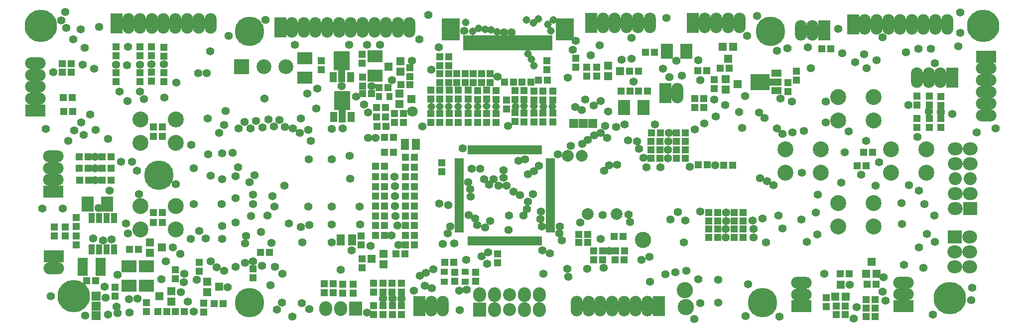
<source format=gts>
G04 (created by PCBNEW-RS274X (2011-11-27 BZR 3249)-stable) date 18/05/2012 12:57:57 p.m.*
G01*
G70*
G90*
%MOIN*%
G04 Gerber Fmt 3.4, Leading zero omitted, Abs format*
%FSLAX34Y34*%
G04 APERTURE LIST*
%ADD10C,0.020000*%
%ADD11C,0.106600*%
%ADD12O,0.079100X0.138100*%
%ADD13R,0.079100X0.138100*%
%ADD14R,0.055000X0.075000*%
%ADD15R,0.045000X0.051500*%
%ADD16R,0.051500X0.045000*%
%ADD17C,0.108600*%
%ADD18R,0.056000X0.056000*%
%ADD19R,0.094800X0.086900*%
%ADD20O,0.098700X0.086900*%
%ADD21C,0.086900*%
%ADD22R,0.060000X0.030000*%
%ADD23R,0.030000X0.060000*%
%ADD24R,0.030000X0.100000*%
%ADD25R,0.120000X0.150000*%
%ADD26R,0.047600X0.067200*%
%ADD27R,0.047600X0.098700*%
%ADD28R,0.106600X0.130300*%
%ADD29C,0.197200*%
%ADD30C,0.216900*%
%ADD31R,0.040000X0.065000*%
%ADD32R,0.059400X0.059400*%
%ADD33O,0.138100X0.079100*%
%ADD34R,0.138100X0.079100*%
%ADD35C,0.079100*%
%ADD36R,0.067200X0.047600*%
%ADD37R,0.098700X0.047600*%
%ADD38R,0.130300X0.106600*%
%ADD39R,0.051500X0.043600*%
%ADD40R,0.098700X0.098700*%
%ADD41C,0.098700*%
%ADD42R,0.086900X0.094800*%
%ADD43O,0.086900X0.098700*%
%ADD44R,0.100000X0.080000*%
%ADD45R,0.080000X0.100000*%
%ADD46R,0.070000X0.120000*%
%ADD47R,0.043600X0.051500*%
%ADD48C,0.071200*%
%ADD49C,0.055400*%
%ADD50C,0.051500*%
G04 APERTURE END LIST*
G54D10*
G54D11*
X66890Y-25276D03*
X66890Y-26850D03*
X69252Y-25276D03*
X69252Y-26850D03*
X72795Y-23267D03*
X72795Y-21693D03*
X70433Y-23267D03*
X70433Y-21693D03*
X20197Y-25473D03*
X20197Y-27047D03*
X22559Y-25473D03*
X22559Y-27047D03*
X20197Y-19685D03*
X20197Y-21259D03*
X22559Y-19685D03*
X22559Y-21259D03*
X69252Y-19763D03*
X69252Y-18189D03*
X66890Y-19763D03*
X66890Y-18189D03*
X65709Y-23267D03*
X65709Y-21693D03*
X63347Y-23267D03*
X63347Y-21693D03*
G54D12*
X20162Y-13260D03*
X19375Y-13260D03*
G54D13*
X18587Y-13260D03*
G54D12*
X20949Y-13260D03*
X21737Y-13260D03*
X22524Y-13260D03*
X23311Y-13260D03*
X24098Y-13260D03*
X24886Y-13260D03*
G54D14*
X34342Y-27756D03*
X33592Y-27756D03*
G54D15*
X36510Y-27450D03*
X35910Y-27450D03*
X36510Y-26800D03*
X35910Y-26800D03*
X36510Y-24832D03*
X35910Y-24832D03*
X36510Y-23523D03*
X35910Y-23523D03*
G54D16*
X35035Y-15322D03*
X35035Y-15922D03*
G54D15*
X36510Y-26151D03*
X35910Y-26151D03*
X36510Y-25491D03*
X35910Y-25491D03*
X36510Y-24173D03*
X35910Y-24173D03*
X36509Y-22815D03*
X35909Y-22815D03*
X50133Y-27392D03*
X49533Y-27392D03*
X51897Y-27539D03*
X52497Y-27539D03*
G54D16*
X32293Y-15753D03*
X32293Y-16353D03*
X34951Y-27476D03*
X34951Y-28076D03*
G54D15*
X49533Y-27933D03*
X50133Y-27933D03*
X38518Y-28090D03*
X37918Y-28090D03*
X35644Y-17953D03*
X35044Y-17953D03*
X15064Y-19144D03*
X15664Y-19144D03*
X59228Y-22740D03*
X59828Y-22740D03*
G54D16*
X36413Y-32141D03*
X36413Y-32741D03*
G54D15*
X51964Y-29085D03*
X52564Y-29085D03*
X14956Y-16535D03*
X15556Y-16535D03*
X53529Y-17795D03*
X54129Y-17795D03*
G54D16*
X37043Y-32141D03*
X37043Y-32741D03*
X37665Y-32141D03*
X37665Y-32741D03*
X47386Y-16367D03*
X47386Y-15767D03*
G54D15*
X45162Y-17173D03*
X44562Y-17173D03*
G54D16*
X43021Y-16620D03*
X43021Y-17220D03*
X41918Y-16620D03*
X41918Y-17220D03*
X43572Y-16620D03*
X43572Y-17220D03*
X42470Y-16620D03*
X42470Y-17220D03*
X41367Y-16620D03*
X41367Y-17220D03*
G54D15*
X47426Y-17043D03*
X46826Y-17043D03*
X45708Y-17181D03*
X46308Y-17181D03*
X37111Y-21894D03*
X36511Y-21894D03*
X37918Y-22224D03*
X38518Y-22224D03*
X38508Y-27450D03*
X37908Y-27450D03*
X38518Y-26151D03*
X37918Y-26151D03*
X38518Y-24832D03*
X37918Y-24832D03*
X38518Y-23523D03*
X37918Y-23523D03*
G54D16*
X37035Y-30653D03*
X37035Y-31253D03*
G54D15*
X38518Y-26800D03*
X37918Y-26800D03*
X38519Y-25491D03*
X37919Y-25491D03*
X38518Y-24173D03*
X37918Y-24173D03*
X38518Y-22873D03*
X37918Y-22873D03*
X57516Y-22736D03*
X58131Y-22736D03*
G54D16*
X36410Y-30657D03*
X36410Y-31257D03*
X37658Y-30657D03*
X37658Y-31257D03*
G54D15*
X50517Y-28484D03*
X51117Y-28484D03*
X50527Y-29085D03*
X51127Y-29085D03*
X52919Y-16466D03*
X53519Y-16466D03*
G54D16*
X50728Y-16796D03*
X50728Y-16196D03*
X49321Y-15576D03*
X49321Y-16176D03*
X40816Y-15478D03*
X40816Y-16078D03*
X40816Y-17220D03*
X40816Y-16620D03*
X40226Y-17219D03*
X40226Y-16619D03*
X40217Y-15487D03*
X40217Y-16087D03*
X39626Y-19291D03*
X39626Y-19891D03*
X40843Y-19291D03*
X40843Y-19891D03*
X42114Y-19283D03*
X42114Y-19883D03*
X43366Y-19275D03*
X43366Y-19875D03*
X39626Y-17735D03*
X39626Y-18335D03*
X40843Y-17735D03*
X40843Y-18335D03*
X42110Y-17735D03*
X42110Y-18335D03*
X43366Y-17735D03*
X43366Y-18335D03*
X40220Y-19287D03*
X40220Y-19887D03*
X41461Y-19283D03*
X41461Y-19883D03*
X42748Y-19275D03*
X42748Y-19875D03*
X43988Y-19275D03*
X43988Y-19875D03*
X40228Y-17735D03*
X40228Y-18335D03*
X41461Y-17728D03*
X41461Y-18328D03*
X42740Y-17743D03*
X42740Y-18343D03*
X43980Y-17751D03*
X43980Y-18351D03*
X47130Y-19263D03*
X47130Y-19863D03*
X45866Y-19247D03*
X45866Y-19847D03*
X47783Y-19263D03*
X47783Y-19863D03*
X46504Y-19255D03*
X46504Y-19855D03*
X45264Y-19239D03*
X45264Y-19839D03*
X47780Y-17783D03*
X47780Y-18383D03*
X46504Y-17779D03*
X46504Y-18379D03*
X45264Y-17763D03*
X45264Y-18363D03*
X47122Y-17787D03*
X47122Y-18387D03*
X45870Y-17771D03*
X45870Y-18371D03*
G54D15*
X52338Y-17805D03*
X52938Y-17805D03*
X14966Y-15965D03*
X15566Y-15965D03*
X15615Y-18228D03*
X15015Y-18228D03*
X67623Y-30039D03*
X67023Y-30039D03*
X68745Y-31742D03*
X69345Y-31742D03*
G54D16*
X66101Y-31629D03*
X66101Y-32229D03*
G54D15*
X66747Y-32756D03*
X67347Y-32756D03*
X68755Y-32323D03*
X69355Y-32323D03*
G54D17*
X53807Y-27764D03*
G54D15*
X68755Y-32874D03*
X69355Y-32874D03*
G54D18*
X69464Y-30026D03*
X68764Y-30026D03*
X69114Y-29226D03*
X67396Y-31542D03*
X66696Y-31542D03*
X67046Y-30742D03*
X51500Y-16806D03*
X51500Y-16106D03*
X52300Y-16456D03*
G54D16*
X18490Y-30910D03*
X18490Y-31510D03*
G54D15*
X20050Y-28380D03*
X19450Y-28380D03*
G54D18*
X20812Y-28618D03*
X20812Y-27918D03*
X21612Y-28268D03*
G54D15*
X57298Y-18278D03*
X57898Y-18278D03*
X57294Y-18898D03*
X57894Y-18898D03*
X54591Y-15201D03*
X53991Y-15201D03*
X52574Y-28484D03*
X51974Y-28484D03*
G54D19*
X75736Y-25671D03*
G54D20*
X74736Y-25671D03*
X75736Y-24671D03*
X74736Y-24671D03*
G54D21*
X75736Y-23671D03*
X74736Y-23671D03*
G54D20*
X75736Y-22671D03*
X74736Y-22671D03*
X75736Y-21671D03*
X74736Y-21671D03*
G54D16*
X73750Y-18145D03*
X73750Y-18745D03*
G54D22*
X41527Y-27134D03*
X41527Y-22414D03*
X41527Y-22614D03*
X41527Y-22804D03*
X41527Y-23004D03*
X41527Y-23204D03*
X41527Y-23394D03*
X41527Y-23594D03*
X41527Y-23794D03*
X41527Y-23984D03*
X41527Y-24184D03*
X41527Y-24384D03*
X41527Y-24584D03*
X41527Y-24774D03*
X41527Y-24974D03*
X41527Y-25174D03*
X41527Y-25364D03*
X41527Y-25564D03*
X41527Y-25764D03*
X41527Y-25954D03*
X41527Y-26154D03*
X41527Y-26354D03*
X41527Y-26544D03*
X41527Y-26744D03*
X41527Y-26944D03*
G54D23*
X42217Y-21724D03*
X46937Y-21724D03*
X46737Y-21724D03*
X46547Y-21724D03*
X46347Y-21724D03*
X46147Y-21724D03*
X45957Y-21724D03*
X45757Y-21724D03*
X45557Y-21724D03*
X45367Y-21724D03*
X45167Y-21724D03*
X44967Y-21724D03*
X44767Y-21724D03*
X44577Y-21724D03*
X44377Y-21724D03*
X44177Y-21724D03*
X43987Y-21724D03*
X43787Y-21724D03*
X43587Y-21724D03*
X43397Y-21724D03*
X43197Y-21724D03*
X42997Y-21724D03*
X42807Y-21724D03*
X42607Y-21724D03*
X42407Y-21724D03*
X42217Y-27824D03*
X42417Y-27824D03*
X42607Y-27824D03*
X42807Y-27824D03*
X43007Y-27824D03*
X43197Y-27824D03*
X43397Y-27824D03*
X43597Y-27824D03*
X43787Y-27824D03*
X43987Y-27824D03*
X44187Y-27824D03*
X44387Y-27824D03*
X44577Y-27824D03*
X44777Y-27824D03*
X44977Y-27824D03*
X45167Y-27824D03*
X45367Y-27824D03*
X45567Y-27824D03*
X45757Y-27824D03*
X45957Y-27824D03*
X46157Y-27824D03*
X46347Y-27824D03*
X46547Y-27824D03*
X46747Y-27824D03*
X46937Y-27824D03*
G54D22*
X47627Y-27134D03*
X47627Y-26934D03*
X47627Y-26744D03*
X47627Y-26544D03*
X47627Y-26344D03*
X47627Y-26154D03*
X47627Y-25954D03*
X47627Y-25754D03*
X47627Y-25564D03*
X47627Y-25364D03*
X47627Y-25164D03*
X47627Y-24964D03*
X47627Y-24774D03*
X47627Y-24574D03*
X47627Y-24374D03*
X47627Y-24184D03*
X47627Y-23984D03*
X47627Y-23784D03*
X47627Y-23594D03*
X47627Y-23394D03*
X47627Y-23194D03*
X47627Y-23004D03*
X47627Y-22804D03*
X47627Y-22604D03*
X47627Y-22414D03*
G54D19*
X74697Y-27553D03*
G54D20*
X75697Y-27553D03*
X74697Y-28553D03*
X75697Y-28553D03*
X74697Y-29553D03*
X75697Y-29553D03*
G54D24*
X43878Y-14548D03*
X44078Y-14548D03*
X44273Y-14548D03*
X44468Y-14548D03*
X44668Y-14548D03*
X44863Y-14548D03*
X45058Y-14548D03*
X45258Y-14548D03*
X45453Y-14548D03*
X45648Y-14548D03*
X43681Y-14548D03*
X45848Y-14548D03*
X46043Y-14548D03*
X43484Y-14548D03*
X47618Y-14548D03*
X46238Y-14548D03*
X46438Y-14548D03*
X46633Y-14548D03*
X46828Y-14548D03*
X47028Y-14548D03*
X47223Y-14548D03*
X47418Y-14548D03*
X43287Y-14548D03*
X43091Y-14548D03*
X42894Y-14548D03*
X42697Y-14548D03*
X42500Y-14548D03*
X42303Y-14548D03*
X42106Y-14548D03*
X41909Y-14548D03*
G54D25*
X48588Y-13668D03*
X40958Y-13668D03*
G54D26*
X33078Y-16854D03*
G54D27*
X33669Y-16697D03*
G54D26*
X34260Y-16854D03*
G54D28*
X33669Y-15752D03*
G54D26*
X33110Y-19537D03*
G54D27*
X33701Y-19380D03*
G54D26*
X34292Y-19537D03*
G54D28*
X33701Y-18435D03*
G54D15*
X16088Y-22972D03*
X16688Y-22972D03*
X16117Y-23750D03*
X16717Y-23750D03*
G54D16*
X72156Y-18125D03*
X72156Y-18725D03*
G54D15*
X16088Y-22175D03*
X16688Y-22175D03*
G54D16*
X72972Y-18135D03*
X72972Y-18735D03*
G54D15*
X17604Y-22943D03*
X18204Y-22943D03*
X17613Y-23750D03*
X18213Y-23750D03*
G54D16*
X72165Y-19611D03*
X72165Y-20211D03*
G54D15*
X17604Y-22175D03*
X18204Y-22175D03*
G54D16*
X72972Y-19611D03*
X72972Y-20211D03*
X73750Y-19611D03*
X73750Y-20211D03*
X40362Y-22606D03*
X40362Y-23206D03*
G54D29*
X62362Y-13780D03*
G54D30*
X76575Y-13425D03*
G54D29*
X61811Y-31969D03*
G54D30*
X74370Y-31654D03*
G54D29*
X27480Y-31969D03*
G54D30*
X15709Y-31535D03*
G54D29*
X21417Y-23425D03*
G54D30*
X13504Y-13425D03*
G54D29*
X27480Y-13780D03*
G54D16*
X15894Y-27483D03*
X15894Y-28083D03*
X15890Y-26247D03*
X15890Y-26847D03*
G54D31*
X16919Y-26296D03*
X16919Y-28396D03*
X17419Y-26296D03*
X17919Y-26296D03*
X18419Y-26296D03*
X17419Y-28396D03*
X17919Y-28396D03*
X18419Y-28396D03*
G54D15*
X16602Y-30488D03*
X17202Y-30488D03*
G54D16*
X15161Y-26885D03*
X15161Y-27485D03*
X24130Y-29859D03*
X24130Y-29259D03*
X20579Y-32540D03*
X20579Y-31940D03*
G54D15*
X23119Y-32551D03*
X22519Y-32551D03*
X21342Y-32551D03*
X21942Y-32551D03*
X25106Y-32020D03*
X25706Y-32020D03*
G54D16*
X24421Y-31976D03*
X24421Y-32576D03*
G54D18*
X24651Y-31240D03*
X24651Y-30540D03*
X25451Y-30890D03*
X22239Y-31189D03*
X22239Y-31889D03*
X21439Y-31539D03*
G54D16*
X35791Y-30661D03*
X35791Y-31261D03*
X35780Y-32741D03*
X35780Y-32141D03*
X34413Y-31324D03*
X34413Y-30724D03*
X33736Y-31316D03*
X33736Y-30716D03*
X33091Y-31305D03*
X33091Y-30705D03*
X32472Y-31297D03*
X32472Y-30697D03*
X50039Y-16192D03*
X50039Y-16792D03*
G54D17*
X56618Y-31114D03*
X56689Y-32244D03*
G54D32*
X17205Y-32173D03*
X17205Y-32813D03*
X17205Y-31533D03*
G54D16*
X58571Y-17027D03*
X58571Y-17627D03*
G54D12*
X51925Y-13216D03*
X51138Y-13216D03*
G54D13*
X50350Y-13216D03*
G54D12*
X52712Y-13216D03*
X53500Y-13216D03*
X54287Y-13216D03*
X69454Y-13331D03*
X68667Y-13331D03*
G54D13*
X67879Y-13331D03*
G54D12*
X70241Y-13331D03*
X71029Y-13331D03*
X71816Y-13331D03*
X72603Y-13331D03*
X73390Y-13331D03*
X74178Y-13331D03*
G54D33*
X76795Y-17055D03*
X76795Y-16268D03*
G54D34*
X76795Y-15480D03*
G54D33*
X76795Y-17842D03*
X76795Y-18630D03*
X76795Y-19417D03*
G54D12*
X31114Y-13520D03*
X30326Y-13520D03*
G54D13*
X29539Y-13520D03*
G54D12*
X31901Y-13520D03*
X32689Y-13520D03*
X33476Y-13520D03*
X34263Y-13520D03*
X35051Y-13520D03*
X35838Y-13520D03*
X36626Y-13520D03*
X37413Y-13520D03*
X38200Y-13520D03*
G54D33*
X13142Y-17504D03*
X13142Y-18291D03*
G54D34*
X13142Y-19079D03*
G54D33*
X13142Y-16717D03*
X13142Y-15929D03*
X14399Y-29654D03*
G54D34*
X14399Y-28866D03*
G54D33*
X71252Y-30611D03*
X71252Y-31398D03*
G54D34*
X71252Y-32186D03*
G54D33*
X64413Y-30626D03*
X64413Y-31413D03*
G54D34*
X64413Y-32201D03*
G54D12*
X72945Y-16882D03*
X73732Y-16882D03*
G54D13*
X74520Y-16882D03*
G54D12*
X72158Y-16882D03*
X53326Y-32201D03*
X54113Y-32201D03*
G54D13*
X54901Y-32201D03*
G54D12*
X52539Y-32201D03*
X51751Y-32201D03*
X50964Y-32201D03*
X50177Y-32201D03*
X49390Y-32201D03*
X56107Y-17912D03*
G54D13*
X55319Y-17912D03*
G54D35*
X50133Y-26035D03*
X52055Y-26035D03*
G54D15*
X54366Y-21153D03*
X54966Y-21153D03*
X54362Y-22291D03*
X54962Y-22291D03*
X58232Y-26480D03*
X58832Y-26480D03*
X58221Y-27586D03*
X58821Y-27586D03*
X54378Y-20582D03*
X54978Y-20582D03*
X54362Y-21724D03*
X54962Y-21724D03*
X58228Y-25917D03*
X58828Y-25917D03*
X58225Y-27031D03*
X58825Y-27031D03*
G54D16*
X20146Y-17150D03*
X20146Y-16550D03*
X21756Y-17146D03*
X21756Y-16546D03*
G54D15*
X21658Y-26598D03*
X21058Y-26598D03*
G54D16*
X18563Y-17158D03*
X18563Y-16558D03*
X20921Y-17139D03*
X20921Y-16539D03*
G54D15*
X21658Y-20835D03*
X21058Y-20835D03*
G54D16*
X18559Y-15434D03*
X18559Y-14834D03*
X20921Y-15434D03*
X20921Y-14834D03*
G54D15*
X21650Y-20205D03*
X21050Y-20205D03*
X56054Y-20578D03*
X56654Y-20578D03*
X56051Y-21728D03*
X56651Y-21728D03*
X59921Y-25916D03*
X60521Y-25916D03*
X59924Y-27035D03*
X60524Y-27035D03*
G54D16*
X20142Y-15434D03*
X20142Y-14834D03*
X21752Y-15454D03*
X21752Y-14854D03*
G54D15*
X21639Y-25933D03*
X21039Y-25933D03*
X56051Y-21149D03*
X56651Y-21149D03*
X56051Y-22287D03*
X56651Y-22287D03*
X59924Y-26476D03*
X60524Y-26476D03*
X59909Y-27590D03*
X60509Y-27590D03*
G54D36*
X62760Y-17764D03*
G54D37*
X62603Y-17173D03*
G54D36*
X62760Y-16582D03*
G54D38*
X61658Y-17173D03*
G54D16*
X64075Y-17056D03*
X64075Y-16456D03*
X63524Y-17212D03*
X63524Y-17812D03*
G54D15*
X58995Y-16272D03*
X59595Y-16272D03*
G54D12*
X64374Y-13721D03*
X65161Y-13721D03*
G54D13*
X65949Y-13721D03*
G54D18*
X59352Y-17673D03*
X59352Y-16973D03*
X60152Y-17323D03*
G54D32*
X49819Y-19969D03*
X50459Y-19969D03*
X49179Y-19969D03*
G54D15*
X65798Y-14969D03*
X66398Y-14969D03*
G54D33*
X14342Y-22945D03*
X14342Y-23732D03*
G54D34*
X14342Y-24520D03*
G54D33*
X14342Y-22158D03*
G54D16*
X42606Y-29928D03*
X42606Y-30528D03*
G54D15*
X41158Y-29260D03*
X40558Y-29260D03*
G54D16*
X41212Y-29917D03*
X41212Y-30517D03*
G54D12*
X40429Y-32177D03*
X39642Y-32177D03*
G54D13*
X38854Y-32177D03*
G54D16*
X27732Y-30304D03*
X27732Y-29704D03*
G54D15*
X69186Y-21894D03*
X68586Y-21894D03*
X28831Y-28598D03*
X28231Y-28598D03*
X68753Y-22780D03*
X68153Y-22780D03*
X67346Y-32205D03*
X66746Y-32205D03*
G54D39*
X41933Y-29893D03*
X41933Y-30563D03*
X40519Y-29893D03*
X40519Y-30563D03*
G54D16*
X14421Y-26885D03*
X14421Y-27485D03*
X22524Y-30367D03*
X22524Y-29767D03*
X35016Y-29023D03*
X35016Y-29623D03*
G54D18*
X36463Y-28674D03*
X36463Y-29374D03*
X35663Y-29024D03*
G54D40*
X26965Y-16150D03*
G54D41*
X28441Y-16150D03*
X29917Y-16150D03*
G54D42*
X34579Y-32358D03*
G54D43*
X33579Y-32358D03*
X32579Y-32358D03*
G54D15*
X37291Y-28681D03*
X37891Y-28681D03*
G54D18*
X59160Y-14830D03*
X59860Y-14830D03*
X59510Y-15630D03*
G54D15*
X57500Y-16420D03*
X58100Y-16420D03*
G54D44*
X31197Y-15590D03*
X31197Y-16890D03*
X35902Y-15472D03*
X35902Y-16772D03*
X19429Y-30839D03*
X19429Y-29539D03*
X20591Y-30839D03*
X20591Y-29539D03*
G54D45*
X16669Y-25358D03*
X17969Y-25358D03*
X52570Y-18880D03*
X53870Y-18880D03*
G54D46*
X16337Y-29571D03*
X17537Y-29571D03*
G54D45*
X55429Y-15126D03*
X56729Y-15126D03*
G54D35*
X48803Y-22110D03*
X49724Y-22110D03*
G54D18*
X37517Y-18657D03*
X37517Y-17957D03*
X38317Y-18307D03*
X37581Y-15804D03*
X37581Y-16504D03*
X36781Y-16154D03*
G54D47*
X36169Y-18142D03*
X36839Y-18142D03*
G54D15*
X35976Y-18906D03*
X36576Y-18906D03*
X36007Y-20169D03*
X36607Y-20169D03*
X37111Y-20882D03*
X36511Y-20882D03*
G54D16*
X38224Y-16812D03*
X38224Y-16212D03*
G54D15*
X38233Y-17370D03*
X37633Y-17370D03*
X35987Y-19539D03*
X36587Y-19539D03*
X37184Y-19295D03*
X37784Y-19295D03*
X36769Y-17567D03*
X36169Y-17567D03*
G54D16*
X35059Y-16861D03*
X35059Y-17461D03*
X44693Y-19005D03*
X44693Y-18405D03*
G54D12*
X58728Y-13236D03*
X57941Y-13236D03*
G54D13*
X57153Y-13236D03*
G54D12*
X59515Y-13236D03*
X60303Y-13236D03*
G54D15*
X69414Y-30728D03*
X68814Y-30728D03*
G54D42*
X42898Y-32433D03*
G54D43*
X42898Y-31433D03*
X43898Y-32433D03*
X43898Y-31433D03*
G54D21*
X44898Y-32433D03*
X44898Y-31433D03*
G54D43*
X45898Y-32433D03*
X45898Y-31433D03*
X46898Y-32433D03*
X46898Y-31433D03*
G54D16*
X44091Y-28688D03*
X44091Y-29288D03*
G54D15*
X37184Y-19906D03*
X37784Y-19906D03*
G54D14*
X38627Y-21370D03*
X37877Y-21370D03*
G54D48*
X38376Y-19148D03*
G54D49*
X40768Y-27313D03*
X35571Y-28159D03*
X17181Y-20374D03*
X38843Y-14327D03*
X55390Y-12898D03*
X18240Y-27709D03*
X16201Y-13650D03*
X31585Y-21132D03*
X48992Y-21453D03*
X61205Y-27583D03*
X59366Y-27590D03*
X23598Y-21394D03*
X50547Y-20756D03*
X58646Y-22744D03*
X66059Y-19894D03*
X66047Y-18504D03*
X38362Y-15752D03*
X39441Y-12697D03*
X52961Y-26547D03*
X36410Y-31701D03*
X24890Y-23441D03*
X24898Y-29197D03*
X19634Y-22524D03*
X15354Y-21122D03*
X35906Y-20913D03*
X49748Y-21339D03*
X29104Y-20148D03*
X37224Y-24813D03*
X29035Y-24813D03*
X37215Y-24163D03*
X29833Y-24134D03*
X29843Y-20187D03*
X54291Y-30551D03*
X25280Y-29579D03*
X51200Y-29630D03*
X25453Y-20591D03*
X25772Y-29839D03*
X37658Y-31682D03*
X25772Y-20051D03*
X73317Y-26132D03*
X72815Y-27358D03*
X45807Y-26132D03*
X72299Y-24465D03*
X46469Y-24673D03*
X46122Y-25197D03*
X46053Y-25699D03*
X30915Y-26900D03*
X22362Y-28268D03*
X30866Y-20583D03*
X35642Y-17441D03*
X50130Y-21043D03*
X35425Y-20913D03*
G54D50*
X46504Y-18803D03*
X47825Y-13022D03*
X47648Y-13750D03*
X47756Y-18819D03*
X41949Y-13193D03*
X42433Y-13799D03*
X39638Y-18819D03*
X46035Y-13024D03*
X42805Y-13583D03*
X40209Y-18815D03*
X40823Y-18815D03*
X43238Y-13642D03*
X41441Y-18807D03*
X43652Y-13691D03*
X44055Y-13839D03*
X42114Y-18815D03*
X46122Y-15276D03*
X42752Y-18807D03*
X46339Y-15650D03*
X43358Y-18803D03*
X43972Y-18815D03*
X46526Y-16083D03*
X46472Y-13236D03*
X45283Y-18807D03*
X47451Y-13337D03*
X47138Y-18831D03*
X46821Y-12963D03*
X45870Y-18799D03*
G54D49*
X59374Y-25909D03*
X62878Y-26114D03*
X46858Y-22791D03*
X52819Y-21106D03*
X63031Y-18303D03*
X61669Y-23614D03*
X44673Y-24130D03*
X72244Y-14961D03*
X37205Y-25482D03*
X42126Y-23886D03*
X64598Y-20465D03*
X55551Y-20582D03*
X55516Y-21153D03*
X63831Y-20547D03*
X53421Y-21146D03*
X46531Y-23146D03*
X46110Y-23358D03*
X53555Y-21642D03*
X45154Y-24535D03*
X42264Y-24360D03*
X63783Y-18476D03*
X73071Y-14961D03*
X62114Y-23839D03*
X37378Y-26803D03*
X62795Y-20276D03*
X55500Y-21724D03*
X55500Y-22291D03*
X63169Y-20661D03*
X53843Y-22260D03*
X44472Y-23098D03*
X31406Y-20382D03*
X51000Y-20598D03*
X24118Y-27165D03*
X30134Y-26642D03*
X30394Y-20305D03*
X21898Y-29181D03*
X40413Y-28016D03*
X47083Y-28472D03*
X29681Y-30020D03*
X37175Y-23524D03*
X61583Y-19232D03*
X45579Y-24748D03*
X62555Y-24083D03*
X42274Y-24862D03*
X51545Y-28484D03*
X72303Y-28268D03*
X72663Y-25359D03*
X72598Y-29634D03*
X50929Y-14717D03*
X49134Y-15012D03*
X52402Y-15699D03*
X49299Y-18862D03*
X26722Y-22884D03*
X42917Y-23000D03*
X26752Y-20305D03*
X24695Y-19636D03*
X24043Y-16579D03*
X36988Y-27451D03*
X28252Y-27213D03*
X28346Y-20226D03*
X20921Y-15996D03*
X21756Y-15996D03*
X42343Y-22976D03*
X27825Y-23425D03*
X27933Y-19774D03*
X21772Y-18232D03*
X61165Y-26469D03*
X59378Y-26476D03*
X43016Y-28862D03*
X26545Y-26575D03*
X17165Y-23740D03*
X26545Y-29567D03*
X28327Y-29492D03*
X43441Y-28602D03*
X17165Y-22972D03*
X27598Y-26142D03*
X27707Y-29203D03*
X44484Y-23598D03*
X17146Y-22175D03*
X73740Y-19183D03*
X51224Y-23138D03*
X68752Y-21122D03*
X72953Y-19154D03*
X51567Y-22760D03*
X67331Y-21898D03*
X71585Y-18730D03*
X52098Y-22732D03*
X27268Y-27476D03*
X44142Y-24126D03*
X27146Y-19843D03*
X19311Y-18445D03*
X42583Y-26315D03*
X44852Y-26112D03*
X37244Y-26152D03*
X24630Y-16598D03*
X28681Y-26132D03*
X28740Y-19675D03*
X18559Y-16012D03*
X20146Y-16031D03*
X27480Y-23878D03*
X20150Y-17835D03*
X27559Y-20295D03*
X43815Y-23697D03*
X57917Y-19953D03*
X48760Y-29705D03*
X47165Y-30039D03*
X71299Y-29429D03*
X73339Y-27906D03*
X22866Y-28693D03*
X47047Y-26870D03*
X48130Y-22008D03*
X20071Y-24681D03*
X17800Y-30900D03*
X19230Y-26640D03*
X34220Y-23665D03*
X34185Y-22110D03*
X54976Y-22878D03*
X52591Y-20016D03*
X48228Y-27323D03*
X56157Y-25882D03*
X14350Y-16516D03*
X15236Y-13551D03*
X67667Y-30748D03*
X53728Y-29106D03*
X65953Y-30031D03*
X38878Y-30161D03*
X55996Y-29925D03*
X69862Y-31211D03*
X56728Y-29815D03*
X70059Y-31821D03*
X39299Y-29941D03*
X54268Y-28894D03*
X28878Y-30791D03*
X29498Y-19715D03*
X37043Y-31693D03*
X61217Y-27028D03*
X59358Y-27035D03*
X45020Y-13858D03*
X44102Y-16815D03*
X30339Y-32886D03*
X35161Y-18681D03*
X39661Y-16343D03*
X31945Y-18953D03*
X18016Y-32772D03*
X38492Y-31165D03*
X40915Y-26870D03*
X35406Y-19213D03*
X37470Y-28081D03*
X30915Y-19636D03*
X74921Y-14803D03*
X25626Y-25350D03*
X35366Y-14681D03*
X15740Y-20409D03*
X62941Y-32902D03*
X25665Y-23685D03*
X41559Y-32445D03*
X22882Y-31240D03*
X31480Y-26760D03*
X25654Y-21969D03*
X32004Y-17618D03*
X23760Y-25350D03*
X17409Y-13480D03*
X77422Y-20304D03*
X25665Y-27693D03*
X75051Y-13890D03*
X75839Y-30941D03*
X26559Y-24949D03*
X19409Y-31709D03*
X44819Y-27075D03*
X58870Y-30429D03*
X33642Y-17472D03*
X73228Y-32760D03*
X62043Y-27933D03*
X32980Y-27929D03*
X23760Y-22965D03*
X26024Y-30937D03*
X61835Y-26315D03*
X32992Y-20307D03*
X73339Y-15933D03*
X76142Y-20561D03*
X60858Y-30713D03*
X28941Y-27953D03*
X27728Y-24728D03*
X55319Y-30043D03*
X27173Y-27992D03*
X43504Y-24045D03*
X15169Y-12488D03*
X29169Y-25528D03*
X15701Y-14321D03*
X72181Y-20854D03*
X74527Y-19323D03*
X43602Y-26486D03*
X27189Y-29299D03*
X52854Y-26043D03*
X60689Y-32866D03*
X32992Y-26728D03*
X31457Y-22350D03*
X68610Y-15327D03*
X18898Y-22528D03*
X71406Y-15177D03*
X56543Y-27925D03*
X17028Y-27665D03*
X13858Y-20319D03*
X24539Y-27650D03*
X66902Y-13634D03*
X64866Y-14843D03*
X14902Y-13059D03*
X31035Y-27929D03*
X18780Y-17835D03*
X34890Y-26709D03*
X57650Y-31996D03*
X48779Y-16881D03*
X58870Y-31945D03*
X57657Y-25862D03*
X19996Y-31681D03*
X25650Y-26823D03*
X75047Y-12524D03*
X14976Y-25646D03*
X49634Y-26583D03*
X23110Y-30024D03*
X56429Y-16756D03*
X57512Y-30394D03*
X17382Y-25622D03*
X60661Y-18134D03*
X75780Y-31780D03*
X40189Y-25323D03*
X16398Y-20709D03*
X46978Y-25866D03*
X19465Y-32626D03*
X67091Y-23913D03*
X27709Y-25350D03*
X56650Y-26465D03*
X21571Y-30374D03*
X34842Y-25528D03*
X60783Y-14098D03*
X37020Y-17043D03*
X61457Y-12764D03*
X71110Y-25283D03*
X26539Y-23496D03*
X28551Y-13035D03*
X34614Y-18154D03*
X14173Y-31528D03*
X13606Y-25665D03*
X34323Y-28469D03*
X58598Y-18354D03*
X44518Y-13848D03*
X71610Y-24106D03*
X64469Y-23256D03*
X62772Y-15106D03*
X67923Y-33022D03*
X24839Y-15138D03*
X41858Y-13752D03*
X17087Y-16289D03*
X53043Y-14220D03*
X69850Y-14205D03*
X34161Y-14681D03*
X35370Y-32634D03*
X58701Y-19476D03*
X65059Y-16256D03*
X20417Y-18327D03*
X51500Y-19165D03*
X42024Y-31098D03*
X18591Y-32213D03*
X23551Y-27689D03*
X63161Y-26996D03*
X59331Y-18724D03*
X69445Y-15713D03*
X36209Y-14681D03*
X26071Y-14091D03*
X60445Y-20268D03*
X60260Y-19197D03*
X49945Y-18343D03*
X19303Y-16067D03*
X68016Y-15850D03*
X18130Y-24469D03*
X30504Y-14681D03*
X18654Y-32669D03*
X18018Y-20986D03*
X24709Y-22024D03*
X53201Y-17169D03*
X22575Y-17217D03*
X53043Y-15618D03*
X22551Y-24035D03*
X64795Y-27874D03*
X57291Y-20366D03*
X31366Y-17953D03*
X32992Y-22370D03*
X32992Y-25528D03*
X16444Y-14899D03*
X31433Y-25528D03*
X51110Y-26094D03*
X19358Y-14823D03*
X50314Y-15394D03*
X65480Y-27406D03*
X18650Y-30080D03*
X71150Y-26697D03*
X69382Y-24114D03*
X42736Y-26768D03*
X19949Y-23114D03*
X65382Y-25913D03*
X67150Y-15240D03*
X67571Y-20476D03*
X57260Y-33051D03*
X61949Y-19602D03*
X40165Y-14843D03*
X68795Y-16244D03*
X19354Y-27331D03*
X16488Y-32815D03*
X29642Y-31957D03*
X49328Y-14408D03*
X50531Y-18756D03*
X65512Y-24736D03*
X30972Y-31984D03*
X28480Y-18303D03*
X63496Y-14913D03*
X52035Y-20177D03*
X68409Y-23386D03*
X64429Y-26374D03*
X16819Y-19346D03*
X50992Y-27685D03*
X50098Y-29705D03*
X48268Y-26860D03*
X48396Y-27785D03*
X49713Y-19043D03*
X57650Y-17040D03*
X17866Y-31638D03*
X17673Y-27780D03*
X41189Y-28004D03*
X51280Y-20130D03*
X51000Y-18469D03*
X55165Y-16283D03*
X55638Y-26382D03*
X54051Y-22886D03*
X23370Y-31889D03*
X23083Y-30602D03*
X23764Y-32563D03*
X23953Y-30421D03*
X51406Y-20921D03*
X54626Y-20008D03*
X45929Y-22346D03*
X56965Y-22850D03*
X47587Y-28657D03*
X39776Y-29736D03*
X48819Y-30217D03*
X39228Y-30835D03*
X40797Y-25423D03*
X42156Y-26093D03*
X16211Y-19882D03*
X41768Y-21634D03*
X45477Y-22465D03*
X16319Y-16033D03*
X25886Y-19134D03*
X26348Y-21929D03*
X68120Y-32244D03*
X41516Y-31157D03*
X39689Y-31004D03*
X43248Y-26909D03*
X43401Y-29351D03*
X41992Y-29075D03*
X69606Y-22571D03*
X46959Y-26358D03*
X43177Y-23685D03*
X55598Y-16850D03*
X57520Y-15720D03*
X69921Y-30264D03*
X29201Y-29551D03*
X29323Y-32417D03*
X33709Y-20291D03*
X56059Y-15744D03*
X39067Y-20146D03*
X44780Y-20138D03*
X31480Y-32406D03*
X33581Y-29770D03*
M02*

</source>
